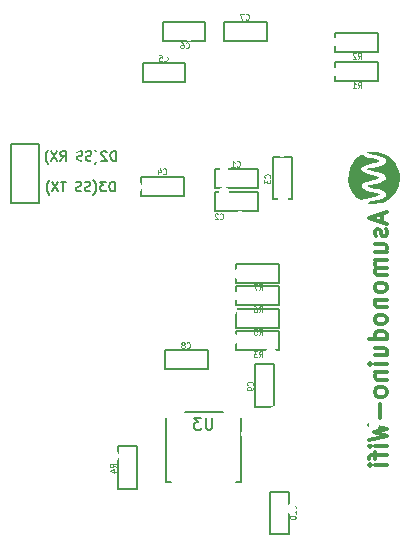
<source format=gbo>
G04 (created by PCBNEW (2013-07-07 BZR 4022)-stable) date 2015/10/26 20:25:39*
%MOIN*%
G04 Gerber Fmt 3.4, Leading zero omitted, Abs format*
%FSLAX34Y34*%
G01*
G70*
G90*
G04 APERTURE LIST*
%ADD10C,0.00590551*%
%ADD11C,0.00787402*%
%ADD12C,0.011811*%
%ADD13C,0.0001*%
%ADD14C,0.0045*%
%ADD15R,0.0629921X0.11811*%
%ADD16R,0.19X0.165*%
%ADD17R,0.06X0.06*%
%ADD18C,0.06*%
%ADD19R,0.0393701X0.045*%
%ADD20R,0.045X0.0393701*%
%ADD21C,0.177165*%
%ADD22C,0.035*%
G04 APERTURE END LIST*
G54D10*
G54D11*
X17559Y-18503D02*
X17559Y-16535D01*
X18503Y-18503D02*
X17559Y-18503D01*
X18503Y-16535D02*
X18503Y-18503D01*
X17559Y-16535D02*
X18503Y-16535D01*
X21014Y-18119D02*
X21014Y-17804D01*
X20939Y-17804D01*
X20894Y-17819D01*
X20864Y-17849D01*
X20849Y-17879D01*
X20834Y-17939D01*
X20834Y-17984D01*
X20849Y-18044D01*
X20864Y-18074D01*
X20894Y-18104D01*
X20939Y-18119D01*
X21014Y-18119D01*
X20729Y-17804D02*
X20534Y-17804D01*
X20639Y-17924D01*
X20594Y-17924D01*
X20564Y-17939D01*
X20549Y-17954D01*
X20534Y-17984D01*
X20534Y-18059D01*
X20549Y-18089D01*
X20564Y-18104D01*
X20594Y-18119D01*
X20684Y-18119D01*
X20714Y-18104D01*
X20729Y-18089D01*
X20309Y-18239D02*
X20324Y-18224D01*
X20354Y-18179D01*
X20369Y-18149D01*
X20384Y-18104D01*
X20399Y-18029D01*
X20399Y-17969D01*
X20384Y-17894D01*
X20369Y-17849D01*
X20354Y-17819D01*
X20324Y-17774D01*
X20309Y-17759D01*
X20204Y-18104D02*
X20159Y-18119D01*
X20084Y-18119D01*
X20054Y-18104D01*
X20039Y-18089D01*
X20024Y-18059D01*
X20024Y-18029D01*
X20039Y-17999D01*
X20054Y-17984D01*
X20084Y-17969D01*
X20144Y-17954D01*
X20174Y-17939D01*
X20189Y-17924D01*
X20204Y-17894D01*
X20204Y-17864D01*
X20189Y-17834D01*
X20174Y-17819D01*
X20144Y-17804D01*
X20069Y-17804D01*
X20024Y-17819D01*
X19904Y-18104D02*
X19859Y-18119D01*
X19784Y-18119D01*
X19754Y-18104D01*
X19739Y-18089D01*
X19724Y-18059D01*
X19724Y-18029D01*
X19739Y-17999D01*
X19754Y-17984D01*
X19784Y-17969D01*
X19844Y-17954D01*
X19874Y-17939D01*
X19889Y-17924D01*
X19904Y-17894D01*
X19904Y-17864D01*
X19889Y-17834D01*
X19874Y-17819D01*
X19844Y-17804D01*
X19769Y-17804D01*
X19724Y-17819D01*
X19394Y-17804D02*
X19214Y-17804D01*
X19304Y-18119D02*
X19304Y-17804D01*
X19139Y-17804D02*
X18929Y-18119D01*
X18929Y-17804D02*
X19139Y-18119D01*
X18839Y-18239D02*
X18824Y-18224D01*
X18794Y-18179D01*
X18779Y-18149D01*
X18764Y-18104D01*
X18749Y-18029D01*
X18749Y-17969D01*
X18764Y-17894D01*
X18779Y-17849D01*
X18794Y-17819D01*
X18824Y-17774D01*
X18839Y-17759D01*
X21051Y-17095D02*
X21051Y-16781D01*
X20976Y-16781D01*
X20931Y-16796D01*
X20901Y-16826D01*
X20886Y-16856D01*
X20871Y-16916D01*
X20871Y-16961D01*
X20886Y-17020D01*
X20901Y-17050D01*
X20931Y-17080D01*
X20976Y-17095D01*
X21051Y-17095D01*
X20751Y-16811D02*
X20736Y-16796D01*
X20706Y-16781D01*
X20631Y-16781D01*
X20601Y-16796D01*
X20586Y-16811D01*
X20571Y-16841D01*
X20571Y-16871D01*
X20586Y-16916D01*
X20766Y-17095D01*
X20571Y-17095D01*
X20346Y-17215D02*
X20361Y-17200D01*
X20391Y-17155D01*
X20406Y-17125D01*
X20421Y-17080D01*
X20436Y-17005D01*
X20436Y-16946D01*
X20421Y-16871D01*
X20406Y-16826D01*
X20391Y-16796D01*
X20361Y-16751D01*
X20346Y-16736D01*
X20241Y-17080D02*
X20196Y-17095D01*
X20121Y-17095D01*
X20091Y-17080D01*
X20076Y-17065D01*
X20061Y-17035D01*
X20061Y-17005D01*
X20076Y-16976D01*
X20091Y-16961D01*
X20121Y-16946D01*
X20181Y-16931D01*
X20211Y-16916D01*
X20226Y-16901D01*
X20241Y-16871D01*
X20241Y-16841D01*
X20226Y-16811D01*
X20211Y-16796D01*
X20181Y-16781D01*
X20106Y-16781D01*
X20061Y-16796D01*
X19941Y-17080D02*
X19896Y-17095D01*
X19821Y-17095D01*
X19791Y-17080D01*
X19776Y-17065D01*
X19761Y-17035D01*
X19761Y-17005D01*
X19776Y-16976D01*
X19791Y-16961D01*
X19821Y-16946D01*
X19881Y-16931D01*
X19911Y-16916D01*
X19926Y-16901D01*
X19941Y-16871D01*
X19941Y-16841D01*
X19926Y-16811D01*
X19911Y-16796D01*
X19881Y-16781D01*
X19806Y-16781D01*
X19761Y-16796D01*
X19206Y-17095D02*
X19311Y-16946D01*
X19386Y-17095D02*
X19386Y-16781D01*
X19266Y-16781D01*
X19236Y-16796D01*
X19221Y-16811D01*
X19206Y-16841D01*
X19206Y-16886D01*
X19221Y-16916D01*
X19236Y-16931D01*
X19266Y-16946D01*
X19386Y-16946D01*
X19101Y-16781D02*
X18892Y-17095D01*
X18892Y-16781D02*
X19101Y-17095D01*
X18802Y-17215D02*
X18787Y-17200D01*
X18757Y-17155D01*
X18742Y-17125D01*
X18727Y-17080D01*
X18712Y-17005D01*
X18712Y-16946D01*
X18727Y-16871D01*
X18742Y-16826D01*
X18757Y-16796D01*
X18787Y-16751D01*
X18802Y-16736D01*
G54D12*
X29912Y-18866D02*
X29912Y-19147D01*
X30081Y-18810D02*
X29491Y-19007D01*
X30081Y-19204D01*
X30053Y-19372D02*
X30081Y-19429D01*
X30081Y-19541D01*
X30053Y-19597D01*
X29997Y-19625D01*
X29969Y-19625D01*
X29912Y-19597D01*
X29884Y-19541D01*
X29884Y-19457D01*
X29856Y-19401D01*
X29800Y-19372D01*
X29772Y-19372D01*
X29715Y-19401D01*
X29687Y-19457D01*
X29687Y-19541D01*
X29715Y-19597D01*
X29687Y-20132D02*
X30081Y-20132D01*
X29687Y-19879D02*
X29997Y-19879D01*
X30053Y-19907D01*
X30081Y-19963D01*
X30081Y-20047D01*
X30053Y-20104D01*
X30025Y-20132D01*
X30081Y-20413D02*
X29687Y-20413D01*
X29744Y-20413D02*
X29715Y-20441D01*
X29687Y-20497D01*
X29687Y-20582D01*
X29715Y-20638D01*
X29772Y-20666D01*
X30081Y-20666D01*
X29772Y-20666D02*
X29715Y-20694D01*
X29687Y-20750D01*
X29687Y-20835D01*
X29715Y-20891D01*
X29772Y-20919D01*
X30081Y-20919D01*
X30081Y-21285D02*
X30053Y-21228D01*
X30025Y-21200D01*
X29969Y-21172D01*
X29800Y-21172D01*
X29744Y-21200D01*
X29715Y-21228D01*
X29687Y-21285D01*
X29687Y-21369D01*
X29715Y-21425D01*
X29744Y-21453D01*
X29800Y-21482D01*
X29969Y-21482D01*
X30025Y-21453D01*
X30053Y-21425D01*
X30081Y-21369D01*
X30081Y-21285D01*
X29687Y-21735D02*
X30081Y-21735D01*
X29744Y-21735D02*
X29715Y-21763D01*
X29687Y-21819D01*
X29687Y-21903D01*
X29715Y-21960D01*
X29772Y-21988D01*
X30081Y-21988D01*
X30081Y-22353D02*
X30053Y-22297D01*
X30025Y-22269D01*
X29969Y-22241D01*
X29800Y-22241D01*
X29744Y-22269D01*
X29715Y-22297D01*
X29687Y-22353D01*
X29687Y-22438D01*
X29715Y-22494D01*
X29744Y-22522D01*
X29800Y-22550D01*
X29969Y-22550D01*
X30025Y-22522D01*
X30053Y-22494D01*
X30081Y-22438D01*
X30081Y-22353D01*
X30081Y-23056D02*
X29491Y-23056D01*
X30053Y-23056D02*
X30081Y-23000D01*
X30081Y-22888D01*
X30053Y-22831D01*
X30025Y-22803D01*
X29969Y-22775D01*
X29800Y-22775D01*
X29744Y-22803D01*
X29715Y-22831D01*
X29687Y-22888D01*
X29687Y-23000D01*
X29715Y-23056D01*
X29687Y-23591D02*
X30081Y-23591D01*
X29687Y-23338D02*
X29997Y-23338D01*
X30053Y-23366D01*
X30081Y-23422D01*
X30081Y-23506D01*
X30053Y-23562D01*
X30025Y-23591D01*
X30081Y-23872D02*
X29687Y-23872D01*
X29491Y-23872D02*
X29519Y-23844D01*
X29547Y-23872D01*
X29519Y-23900D01*
X29491Y-23872D01*
X29547Y-23872D01*
X29687Y-24153D02*
X30081Y-24153D01*
X29744Y-24153D02*
X29715Y-24181D01*
X29687Y-24237D01*
X29687Y-24322D01*
X29715Y-24378D01*
X29772Y-24406D01*
X30081Y-24406D01*
X30081Y-24772D02*
X30053Y-24715D01*
X30025Y-24687D01*
X29969Y-24659D01*
X29800Y-24659D01*
X29744Y-24687D01*
X29715Y-24715D01*
X29687Y-24772D01*
X29687Y-24856D01*
X29715Y-24912D01*
X29744Y-24940D01*
X29800Y-24969D01*
X29969Y-24969D01*
X30025Y-24940D01*
X30053Y-24912D01*
X30081Y-24856D01*
X30081Y-24772D01*
X29856Y-25222D02*
X29856Y-25672D01*
X29491Y-25897D02*
X30081Y-26037D01*
X29659Y-26150D01*
X30081Y-26262D01*
X29491Y-26403D01*
X30081Y-26628D02*
X29687Y-26628D01*
X29491Y-26628D02*
X29519Y-26600D01*
X29547Y-26628D01*
X29519Y-26656D01*
X29491Y-26628D01*
X29547Y-26628D01*
X29687Y-26825D02*
X29687Y-27050D01*
X30081Y-26909D02*
X29575Y-26909D01*
X29519Y-26937D01*
X29491Y-26993D01*
X29491Y-27050D01*
X30081Y-27246D02*
X29687Y-27246D01*
X29491Y-27246D02*
X29519Y-27218D01*
X29547Y-27246D01*
X29519Y-27275D01*
X29491Y-27246D01*
X29547Y-27246D01*
G54D10*
X25220Y-27809D02*
X25220Y-25683D01*
X24629Y-25487D02*
X23370Y-25487D01*
X25062Y-27809D02*
X25220Y-27809D01*
X22740Y-25683D02*
X22740Y-27809D01*
X22740Y-27809D02*
X22897Y-27809D01*
X29783Y-13818D02*
X28366Y-13818D01*
X28366Y-13818D02*
X28366Y-14448D01*
X28366Y-14448D02*
X29783Y-14448D01*
X29783Y-14448D02*
X29783Y-13818D01*
X26488Y-21285D02*
X25071Y-21285D01*
X25071Y-21285D02*
X25071Y-21914D01*
X25071Y-21914D02*
X26488Y-21914D01*
X26488Y-21914D02*
X26488Y-21285D01*
X21909Y-18267D02*
X23326Y-18267D01*
X23326Y-18267D02*
X23326Y-17637D01*
X23326Y-17637D02*
X21909Y-17637D01*
X21909Y-17637D02*
X21909Y-18267D01*
X21948Y-14488D02*
X23366Y-14488D01*
X23366Y-14488D02*
X23366Y-13858D01*
X23366Y-13858D02*
X21948Y-13858D01*
X21948Y-13858D02*
X21948Y-14488D01*
X29783Y-12834D02*
X28366Y-12834D01*
X28366Y-12834D02*
X28366Y-13464D01*
X28366Y-13464D02*
X29783Y-13464D01*
X29783Y-13464D02*
X29783Y-12834D01*
X24038Y-12485D02*
X22621Y-12485D01*
X22621Y-12485D02*
X22621Y-13114D01*
X22621Y-13114D02*
X24038Y-13114D01*
X24038Y-13114D02*
X24038Y-12485D01*
X24661Y-13114D02*
X26078Y-13114D01*
X26078Y-13114D02*
X26078Y-12485D01*
X26078Y-12485D02*
X24661Y-12485D01*
X24661Y-12485D02*
X24661Y-13114D01*
X26181Y-28129D02*
X26181Y-29547D01*
X26181Y-29547D02*
X26811Y-29547D01*
X26811Y-29547D02*
X26811Y-28129D01*
X26811Y-28129D02*
X26181Y-28129D01*
X26488Y-20535D02*
X25071Y-20535D01*
X25071Y-20535D02*
X25071Y-21164D01*
X25071Y-21164D02*
X26488Y-21164D01*
X26488Y-21164D02*
X26488Y-20535D01*
X26488Y-22035D02*
X25071Y-22035D01*
X25071Y-22035D02*
X25071Y-22664D01*
X25071Y-22664D02*
X26488Y-22664D01*
X26488Y-22664D02*
X26488Y-22035D01*
X26488Y-22785D02*
X25071Y-22785D01*
X25071Y-22785D02*
X25071Y-23414D01*
X25071Y-23414D02*
X26488Y-23414D01*
X26488Y-23414D02*
X26488Y-22785D01*
X21764Y-28038D02*
X21764Y-26621D01*
X21764Y-26621D02*
X21135Y-26621D01*
X21135Y-26621D02*
X21135Y-28038D01*
X21135Y-28038D02*
X21764Y-28038D01*
X26914Y-18388D02*
X26914Y-16971D01*
X26914Y-16971D02*
X26285Y-16971D01*
X26285Y-16971D02*
X26285Y-18388D01*
X26285Y-18388D02*
X26914Y-18388D01*
X24361Y-18014D02*
X25778Y-18014D01*
X25778Y-18014D02*
X25778Y-17385D01*
X25778Y-17385D02*
X24361Y-17385D01*
X24361Y-17385D02*
X24361Y-18014D01*
X24361Y-18764D02*
X25778Y-18764D01*
X25778Y-18764D02*
X25778Y-18135D01*
X25778Y-18135D02*
X24361Y-18135D01*
X24361Y-18135D02*
X24361Y-18764D01*
X26338Y-25295D02*
X26338Y-23877D01*
X26338Y-23877D02*
X25708Y-23877D01*
X25708Y-23877D02*
X25708Y-25295D01*
X25708Y-25295D02*
X26338Y-25295D01*
X22696Y-24055D02*
X24114Y-24055D01*
X24114Y-24055D02*
X24114Y-23425D01*
X24114Y-23425D02*
X22696Y-23425D01*
X22696Y-23425D02*
X22696Y-24055D01*
G54D13*
G36*
X29506Y-16799D02*
X29774Y-16810D01*
X30008Y-16876D01*
X30206Y-16993D01*
X30362Y-17159D01*
X30472Y-17371D01*
X30484Y-17408D01*
X30529Y-17589D01*
X30531Y-17749D01*
X30491Y-17918D01*
X30485Y-17937D01*
X30386Y-18141D01*
X30241Y-18311D01*
X30116Y-18409D01*
X30025Y-18465D01*
X29940Y-18500D01*
X29836Y-18520D01*
X29695Y-18531D01*
X29549Y-18536D01*
X29468Y-18529D01*
X29451Y-18512D01*
X29495Y-18485D01*
X29577Y-18460D01*
X29597Y-18456D01*
X29784Y-18414D01*
X29930Y-18363D01*
X30025Y-18307D01*
X30059Y-18262D01*
X30052Y-18186D01*
X29989Y-18118D01*
X29880Y-18068D01*
X29812Y-18052D01*
X29699Y-18030D01*
X29571Y-17999D01*
X29540Y-17991D01*
X29390Y-17951D01*
X29686Y-17878D01*
X29854Y-17833D01*
X29967Y-17794D01*
X30034Y-17755D01*
X30066Y-17711D01*
X30073Y-17667D01*
X30040Y-17594D01*
X29945Y-17533D01*
X29788Y-17485D01*
X29740Y-17475D01*
X29635Y-17453D01*
X29535Y-17427D01*
X29455Y-17402D01*
X29409Y-17382D01*
X29412Y-17373D01*
X29508Y-17358D01*
X29632Y-17331D01*
X29765Y-17297D01*
X29886Y-17262D01*
X29972Y-17231D01*
X29997Y-17219D01*
X30067Y-17151D01*
X30072Y-17084D01*
X30016Y-17020D01*
X29901Y-16962D01*
X29728Y-16912D01*
X29690Y-16904D01*
X29543Y-16870D01*
X29455Y-16842D01*
X29426Y-16819D01*
X29460Y-16804D01*
X29506Y-16799D01*
X29506Y-16799D01*
X29506Y-16799D01*
G37*
G36*
X29251Y-16904D02*
X29311Y-16925D01*
X29330Y-16941D01*
X29379Y-16966D01*
X29474Y-16996D01*
X29589Y-17024D01*
X29741Y-17058D01*
X29828Y-17086D01*
X29851Y-17110D01*
X29810Y-17136D01*
X29708Y-17165D01*
X29630Y-17183D01*
X29435Y-17237D01*
X29305Y-17297D01*
X29242Y-17360D01*
X29244Y-17424D01*
X29312Y-17487D01*
X29446Y-17545D01*
X29616Y-17591D01*
X29736Y-17620D01*
X29826Y-17647D01*
X29871Y-17667D01*
X29873Y-17670D01*
X29843Y-17687D01*
X29763Y-17712D01*
X29648Y-17741D01*
X29611Y-17749D01*
X29431Y-17798D01*
X29310Y-17856D01*
X29249Y-17919D01*
X29251Y-17986D01*
X29315Y-18053D01*
X29418Y-18105D01*
X29571Y-18151D01*
X29748Y-18186D01*
X29828Y-18205D01*
X29871Y-18228D01*
X29873Y-18233D01*
X29843Y-18252D01*
X29763Y-18275D01*
X29652Y-18299D01*
X29645Y-18301D01*
X29513Y-18329D01*
X29396Y-18362D01*
X29324Y-18390D01*
X29268Y-18415D01*
X29222Y-18417D01*
X29169Y-18391D01*
X29093Y-18329D01*
X29029Y-18272D01*
X28916Y-18129D01*
X28841Y-17945D01*
X28805Y-17740D01*
X28811Y-17530D01*
X28861Y-17332D01*
X28887Y-17275D01*
X28954Y-17167D01*
X29040Y-17061D01*
X29130Y-16973D01*
X29210Y-16916D01*
X29251Y-16904D01*
X29251Y-16904D01*
X29251Y-16904D01*
G37*
G54D10*
X24276Y-25671D02*
X24276Y-25989D01*
X24257Y-26027D01*
X24238Y-26046D01*
X24201Y-26064D01*
X24126Y-26064D01*
X24088Y-26046D01*
X24070Y-26027D01*
X24051Y-25989D01*
X24051Y-25671D01*
X23901Y-25671D02*
X23657Y-25671D01*
X23788Y-25821D01*
X23732Y-25821D01*
X23695Y-25839D01*
X23676Y-25858D01*
X23657Y-25896D01*
X23657Y-25989D01*
X23676Y-26027D01*
X23695Y-26046D01*
X23732Y-26064D01*
X23845Y-26064D01*
X23882Y-26046D01*
X23901Y-26027D01*
G54D14*
X29124Y-14687D02*
X29184Y-14592D01*
X29227Y-14687D02*
X29227Y-14487D01*
X29158Y-14487D01*
X29141Y-14496D01*
X29133Y-14506D01*
X29124Y-14525D01*
X29124Y-14553D01*
X29133Y-14572D01*
X29141Y-14582D01*
X29158Y-14592D01*
X29227Y-14592D01*
X28953Y-14687D02*
X29055Y-14687D01*
X29004Y-14687D02*
X29004Y-14487D01*
X29021Y-14515D01*
X29038Y-14534D01*
X29055Y-14544D01*
X25830Y-22153D02*
X25890Y-22058D01*
X25932Y-22153D02*
X25932Y-21953D01*
X25864Y-21953D01*
X25847Y-21962D01*
X25838Y-21972D01*
X25830Y-21991D01*
X25830Y-22020D01*
X25838Y-22039D01*
X25847Y-22048D01*
X25864Y-22058D01*
X25932Y-22058D01*
X25675Y-21953D02*
X25710Y-21953D01*
X25727Y-21962D01*
X25735Y-21972D01*
X25752Y-22001D01*
X25761Y-22039D01*
X25761Y-22115D01*
X25752Y-22134D01*
X25744Y-22143D01*
X25727Y-22153D01*
X25692Y-22153D01*
X25675Y-22143D01*
X25667Y-22134D01*
X25658Y-22115D01*
X25658Y-22067D01*
X25667Y-22048D01*
X25675Y-22039D01*
X25692Y-22029D01*
X25727Y-22029D01*
X25744Y-22039D01*
X25752Y-22048D01*
X25761Y-22067D01*
X22628Y-17542D02*
X22636Y-17551D01*
X22662Y-17561D01*
X22679Y-17561D01*
X22705Y-17551D01*
X22722Y-17532D01*
X22731Y-17513D01*
X22739Y-17475D01*
X22739Y-17446D01*
X22731Y-17408D01*
X22722Y-17389D01*
X22705Y-17370D01*
X22679Y-17361D01*
X22662Y-17361D01*
X22636Y-17370D01*
X22628Y-17380D01*
X22474Y-17427D02*
X22474Y-17561D01*
X22516Y-17351D02*
X22559Y-17494D01*
X22448Y-17494D01*
X22667Y-13762D02*
X22676Y-13772D01*
X22702Y-13781D01*
X22719Y-13781D01*
X22744Y-13772D01*
X22762Y-13753D01*
X22770Y-13734D01*
X22779Y-13696D01*
X22779Y-13667D01*
X22770Y-13629D01*
X22762Y-13610D01*
X22744Y-13591D01*
X22719Y-13581D01*
X22702Y-13581D01*
X22676Y-13591D01*
X22667Y-13600D01*
X22504Y-13581D02*
X22590Y-13581D01*
X22599Y-13676D01*
X22590Y-13667D01*
X22573Y-13657D01*
X22530Y-13657D01*
X22513Y-13667D01*
X22504Y-13676D01*
X22496Y-13696D01*
X22496Y-13743D01*
X22504Y-13762D01*
X22513Y-13772D01*
X22530Y-13781D01*
X22573Y-13781D01*
X22590Y-13772D01*
X22599Y-13762D01*
X29124Y-13702D02*
X29184Y-13607D01*
X29227Y-13702D02*
X29227Y-13502D01*
X29158Y-13502D01*
X29141Y-13512D01*
X29133Y-13522D01*
X29124Y-13541D01*
X29124Y-13569D01*
X29133Y-13588D01*
X29141Y-13598D01*
X29158Y-13607D01*
X29227Y-13607D01*
X29055Y-13522D02*
X29047Y-13512D01*
X29030Y-13502D01*
X28987Y-13502D01*
X28970Y-13512D01*
X28961Y-13522D01*
X28953Y-13541D01*
X28953Y-13560D01*
X28961Y-13588D01*
X29064Y-13702D01*
X28953Y-13702D01*
X23380Y-13334D02*
X23388Y-13343D01*
X23414Y-13353D01*
X23431Y-13353D01*
X23457Y-13343D01*
X23474Y-13324D01*
X23482Y-13305D01*
X23491Y-13267D01*
X23491Y-13239D01*
X23482Y-13201D01*
X23474Y-13181D01*
X23457Y-13162D01*
X23431Y-13153D01*
X23414Y-13153D01*
X23388Y-13162D01*
X23380Y-13172D01*
X23225Y-13153D02*
X23260Y-13153D01*
X23277Y-13162D01*
X23285Y-13172D01*
X23302Y-13201D01*
X23311Y-13239D01*
X23311Y-13315D01*
X23302Y-13334D01*
X23294Y-13343D01*
X23277Y-13353D01*
X23242Y-13353D01*
X23225Y-13343D01*
X23217Y-13334D01*
X23208Y-13315D01*
X23208Y-13267D01*
X23217Y-13248D01*
X23225Y-13239D01*
X23242Y-13229D01*
X23277Y-13229D01*
X23294Y-13239D01*
X23302Y-13248D01*
X23311Y-13267D01*
X25380Y-12389D02*
X25388Y-12398D01*
X25414Y-12408D01*
X25431Y-12408D01*
X25457Y-12398D01*
X25474Y-12379D01*
X25482Y-12360D01*
X25491Y-12322D01*
X25491Y-12294D01*
X25482Y-12256D01*
X25474Y-12237D01*
X25457Y-12218D01*
X25431Y-12208D01*
X25414Y-12208D01*
X25388Y-12218D01*
X25380Y-12227D01*
X25320Y-12208D02*
X25200Y-12208D01*
X25277Y-12408D01*
X27030Y-28703D02*
X27039Y-28694D01*
X27049Y-28668D01*
X27049Y-28651D01*
X27039Y-28626D01*
X27020Y-28608D01*
X27001Y-28600D01*
X26963Y-28591D01*
X26935Y-28591D01*
X26897Y-28600D01*
X26878Y-28608D01*
X26858Y-28626D01*
X26849Y-28651D01*
X26849Y-28668D01*
X26858Y-28694D01*
X26868Y-28703D01*
X27049Y-28874D02*
X27049Y-28771D01*
X27049Y-28823D02*
X26849Y-28823D01*
X26878Y-28806D01*
X26897Y-28788D01*
X26906Y-28771D01*
X26849Y-28986D02*
X26849Y-29003D01*
X26858Y-29020D01*
X26868Y-29028D01*
X26887Y-29037D01*
X26925Y-29046D01*
X26973Y-29046D01*
X27011Y-29037D01*
X27030Y-29028D01*
X27039Y-29020D01*
X27049Y-29003D01*
X27049Y-28986D01*
X27039Y-28968D01*
X27030Y-28960D01*
X27011Y-28951D01*
X26973Y-28943D01*
X26925Y-28943D01*
X26887Y-28951D01*
X26868Y-28960D01*
X26858Y-28968D01*
X26849Y-28986D01*
X25830Y-21403D02*
X25890Y-21308D01*
X25932Y-21403D02*
X25932Y-21203D01*
X25864Y-21203D01*
X25847Y-21212D01*
X25838Y-21222D01*
X25830Y-21241D01*
X25830Y-21270D01*
X25838Y-21289D01*
X25847Y-21298D01*
X25864Y-21308D01*
X25932Y-21308D01*
X25770Y-21203D02*
X25650Y-21203D01*
X25727Y-21403D01*
X25830Y-22903D02*
X25890Y-22808D01*
X25932Y-22903D02*
X25932Y-22703D01*
X25864Y-22703D01*
X25847Y-22712D01*
X25838Y-22722D01*
X25830Y-22741D01*
X25830Y-22770D01*
X25838Y-22789D01*
X25847Y-22798D01*
X25864Y-22808D01*
X25932Y-22808D01*
X25667Y-22703D02*
X25752Y-22703D01*
X25761Y-22798D01*
X25752Y-22789D01*
X25735Y-22779D01*
X25692Y-22779D01*
X25675Y-22789D01*
X25667Y-22798D01*
X25658Y-22817D01*
X25658Y-22865D01*
X25667Y-22884D01*
X25675Y-22893D01*
X25692Y-22903D01*
X25735Y-22903D01*
X25752Y-22893D01*
X25761Y-22884D01*
X25830Y-23653D02*
X25890Y-23558D01*
X25932Y-23653D02*
X25932Y-23453D01*
X25864Y-23453D01*
X25847Y-23462D01*
X25838Y-23472D01*
X25830Y-23491D01*
X25830Y-23520D01*
X25838Y-23539D01*
X25847Y-23548D01*
X25864Y-23558D01*
X25932Y-23558D01*
X25770Y-23453D02*
X25658Y-23453D01*
X25718Y-23529D01*
X25692Y-23529D01*
X25675Y-23539D01*
X25667Y-23548D01*
X25658Y-23567D01*
X25658Y-23615D01*
X25667Y-23634D01*
X25675Y-23643D01*
X25692Y-23653D01*
X25744Y-23653D01*
X25761Y-23643D01*
X25770Y-23634D01*
X21058Y-27320D02*
X20963Y-27260D01*
X21058Y-27217D02*
X20858Y-27217D01*
X20858Y-27285D01*
X20868Y-27302D01*
X20877Y-27311D01*
X20896Y-27320D01*
X20925Y-27320D01*
X20944Y-27311D01*
X20953Y-27302D01*
X20963Y-27285D01*
X20963Y-27217D01*
X20925Y-27474D02*
X21058Y-27474D01*
X20848Y-27431D02*
X20991Y-27388D01*
X20991Y-27500D01*
X26189Y-17670D02*
X26198Y-17661D01*
X26208Y-17635D01*
X26208Y-17618D01*
X26198Y-17592D01*
X26179Y-17575D01*
X26160Y-17567D01*
X26122Y-17558D01*
X26094Y-17558D01*
X26056Y-17567D01*
X26037Y-17575D01*
X26018Y-17592D01*
X26008Y-17618D01*
X26008Y-17635D01*
X26018Y-17661D01*
X26027Y-17670D01*
X26008Y-17730D02*
X26008Y-17841D01*
X26084Y-17781D01*
X26084Y-17807D01*
X26094Y-17824D01*
X26103Y-17832D01*
X26122Y-17841D01*
X26170Y-17841D01*
X26189Y-17832D01*
X26198Y-17824D01*
X26208Y-17807D01*
X26208Y-17755D01*
X26198Y-17738D01*
X26189Y-17730D01*
X25080Y-17289D02*
X25088Y-17298D01*
X25114Y-17308D01*
X25131Y-17308D01*
X25157Y-17298D01*
X25174Y-17279D01*
X25182Y-17260D01*
X25191Y-17222D01*
X25191Y-17194D01*
X25182Y-17156D01*
X25174Y-17137D01*
X25157Y-17118D01*
X25131Y-17108D01*
X25114Y-17108D01*
X25088Y-17118D01*
X25080Y-17127D01*
X24908Y-17308D02*
X25011Y-17308D01*
X24960Y-17308D02*
X24960Y-17108D01*
X24977Y-17137D01*
X24994Y-17156D01*
X25011Y-17165D01*
X24518Y-19038D02*
X24526Y-19047D01*
X24552Y-19057D01*
X24569Y-19057D01*
X24595Y-19047D01*
X24612Y-19028D01*
X24621Y-19009D01*
X24629Y-18971D01*
X24629Y-18943D01*
X24621Y-18904D01*
X24612Y-18885D01*
X24595Y-18866D01*
X24569Y-18857D01*
X24552Y-18857D01*
X24526Y-18866D01*
X24518Y-18876D01*
X24449Y-18876D02*
X24441Y-18866D01*
X24423Y-18857D01*
X24381Y-18857D01*
X24363Y-18866D01*
X24355Y-18876D01*
X24346Y-18895D01*
X24346Y-18914D01*
X24355Y-18943D01*
X24458Y-19057D01*
X24346Y-19057D01*
X25613Y-24576D02*
X25622Y-24567D01*
X25632Y-24542D01*
X25632Y-24524D01*
X25622Y-24499D01*
X25603Y-24482D01*
X25584Y-24473D01*
X25546Y-24464D01*
X25517Y-24464D01*
X25479Y-24473D01*
X25460Y-24482D01*
X25441Y-24499D01*
X25432Y-24524D01*
X25432Y-24542D01*
X25441Y-24567D01*
X25451Y-24576D01*
X25632Y-24662D02*
X25632Y-24696D01*
X25622Y-24713D01*
X25613Y-24722D01*
X25584Y-24739D01*
X25546Y-24747D01*
X25470Y-24747D01*
X25451Y-24739D01*
X25441Y-24730D01*
X25432Y-24713D01*
X25432Y-24679D01*
X25441Y-24662D01*
X25451Y-24653D01*
X25470Y-24644D01*
X25517Y-24644D01*
X25536Y-24653D01*
X25546Y-24662D01*
X25555Y-24679D01*
X25555Y-24713D01*
X25546Y-24730D01*
X25536Y-24739D01*
X25517Y-24747D01*
X23415Y-23329D02*
X23424Y-23339D01*
X23450Y-23348D01*
X23467Y-23348D01*
X23492Y-23339D01*
X23510Y-23320D01*
X23518Y-23301D01*
X23527Y-23262D01*
X23527Y-23234D01*
X23518Y-23196D01*
X23510Y-23177D01*
X23492Y-23158D01*
X23467Y-23148D01*
X23450Y-23148D01*
X23424Y-23158D01*
X23415Y-23167D01*
X23312Y-23234D02*
X23330Y-23224D01*
X23338Y-23215D01*
X23347Y-23196D01*
X23347Y-23186D01*
X23338Y-23167D01*
X23330Y-23158D01*
X23312Y-23148D01*
X23278Y-23148D01*
X23261Y-23158D01*
X23252Y-23167D01*
X23244Y-23186D01*
X23244Y-23196D01*
X23252Y-23215D01*
X23261Y-23224D01*
X23278Y-23234D01*
X23312Y-23234D01*
X23330Y-23243D01*
X23338Y-23253D01*
X23347Y-23272D01*
X23347Y-23310D01*
X23338Y-23329D01*
X23330Y-23339D01*
X23312Y-23348D01*
X23278Y-23348D01*
X23261Y-23339D01*
X23252Y-23329D01*
X23244Y-23310D01*
X23244Y-23272D01*
X23252Y-23253D01*
X23261Y-23243D01*
X23278Y-23234D01*
%LPC*%
G54D15*
X22942Y-24959D03*
X25057Y-24959D03*
G54D16*
X24000Y-27375D03*
G54D17*
X31000Y-27000D03*
G54D18*
X31000Y-26000D03*
X31000Y-25000D03*
X31000Y-24000D03*
X31000Y-23000D03*
X31000Y-22000D03*
X31000Y-21000D03*
X31000Y-20000D03*
X31000Y-19000D03*
X31000Y-18000D03*
X31000Y-17000D03*
X31000Y-16000D03*
X31000Y-15000D03*
X31000Y-14000D03*
X31000Y-13000D03*
G54D17*
X18000Y-13000D03*
G54D18*
X18000Y-14000D03*
X18000Y-15000D03*
X18000Y-16000D03*
X18000Y-17000D03*
X18000Y-18000D03*
X18000Y-19000D03*
X18000Y-20000D03*
X18000Y-21000D03*
X18000Y-22000D03*
X18000Y-23000D03*
X18000Y-24000D03*
X18000Y-25000D03*
X18000Y-26000D03*
X18000Y-27000D03*
G54D19*
X29488Y-14133D03*
X28661Y-14133D03*
X26193Y-21600D03*
X25366Y-21600D03*
X22204Y-17952D03*
X23031Y-17952D03*
X22244Y-14173D03*
X23070Y-14173D03*
X29488Y-13149D03*
X28661Y-13149D03*
X23743Y-12800D03*
X22916Y-12800D03*
X24956Y-12800D03*
X25783Y-12800D03*
G54D20*
X26496Y-28425D03*
X26496Y-29251D03*
G54D19*
X26193Y-20850D03*
X25366Y-20850D03*
X26193Y-22350D03*
X25366Y-22350D03*
X26193Y-23100D03*
X25366Y-23100D03*
G54D20*
X21450Y-27743D03*
X21450Y-26916D03*
X26600Y-18093D03*
X26600Y-17266D03*
G54D19*
X24656Y-17700D03*
X25483Y-17700D03*
X24656Y-18450D03*
X25483Y-18450D03*
G54D20*
X26023Y-25000D03*
X26023Y-24173D03*
G54D19*
X22992Y-23740D03*
X23818Y-23740D03*
G54D21*
X30314Y-29921D03*
X18897Y-29921D03*
G54D22*
X29645Y-25905D03*
X21456Y-28267D03*
X25196Y-12834D03*
X26377Y-25433D03*
X26220Y-23464D03*
X26889Y-28700D03*
X29448Y-15078D03*
X23503Y-12952D03*
X24645Y-18149D03*
X26614Y-18425D03*
X24656Y-17294D03*
X26496Y-17952D03*
X27204Y-19881D03*
X27677Y-19842D03*
X28188Y-20039D03*
X28149Y-18307D03*
X28149Y-17362D03*
X27165Y-19370D03*
X19291Y-24724D03*
X22244Y-12519D03*
X22283Y-12992D03*
X19645Y-23976D03*
X19330Y-15196D03*
X22795Y-15196D03*
X22795Y-15708D03*
X19724Y-15669D03*
X25748Y-26535D03*
X28543Y-25748D03*
X28858Y-26102D03*
X26141Y-26850D03*
X25748Y-27204D03*
X29094Y-26614D03*
X28818Y-16496D03*
X28149Y-18976D03*
X28622Y-20314D03*
X30275Y-25314D03*
X22795Y-16181D03*
X19724Y-16181D03*
X22716Y-13464D03*
X22716Y-14724D03*
X22795Y-16653D03*
X19724Y-16653D03*
X22795Y-17125D03*
X19724Y-17244D03*
X28228Y-25393D03*
X25393Y-26220D03*
X27165Y-16299D03*
X30433Y-16614D03*
X23346Y-16259D03*
X22244Y-20708D03*
X19251Y-15669D03*
X20157Y-20708D03*
X29133Y-20039D03*
X29133Y-30708D03*
X27952Y-30708D03*
X26771Y-30708D03*
X25590Y-30708D03*
X24409Y-30708D03*
X23228Y-30708D03*
X22047Y-30708D03*
X20866Y-30708D03*
X20393Y-15433D03*
X20393Y-16968D03*
X20393Y-14409D03*
X28149Y-15433D03*
X28149Y-14724D03*
X25196Y-18937D03*
X25472Y-17125D03*
X26417Y-12795D03*
X18897Y-19291D03*
X28464Y-28031D03*
X23543Y-19606D03*
X23425Y-21535D03*
X27086Y-23937D03*
X23425Y-15118D03*
X26968Y-22598D03*
X21062Y-25708D03*
X21023Y-28700D03*
X26600Y-16796D03*
X21338Y-22755D03*
X21574Y-23976D03*
X20984Y-26929D03*
X28267Y-14133D03*
X28267Y-13149D03*
X24960Y-21614D03*
X24921Y-22086D03*
X25000Y-23031D03*
X21771Y-13740D03*
X21771Y-17992D03*
X25118Y-20866D03*
M02*

</source>
